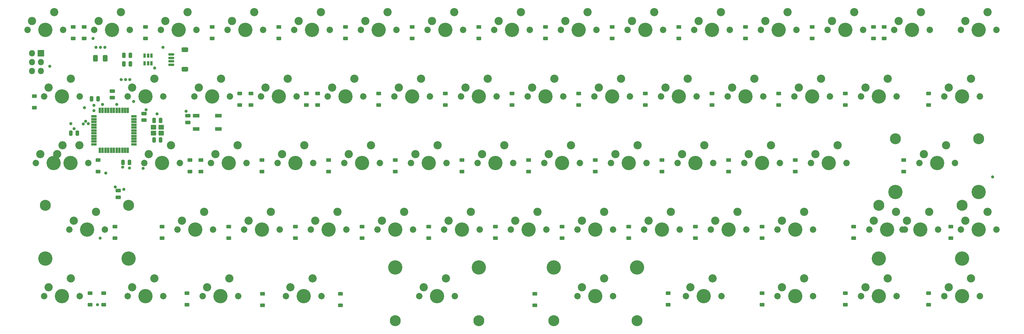
<source format=gbr>
%TF.GenerationSoftware,KiCad,Pcbnew,(6.0.6)*%
%TF.CreationDate,2022-07-23T11:14:35+02:00*%
%TF.ProjectId,bakeneko-60-pcb,62616b65-6e65-46b6-9f2d-36302d706362,rev?*%
%TF.SameCoordinates,Original*%
%TF.FileFunction,Soldermask,Bot*%
%TF.FilePolarity,Negative*%
%FSLAX46Y46*%
G04 Gerber Fmt 4.6, Leading zero omitted, Abs format (unit mm)*
G04 Created by KiCad (PCBNEW (6.0.6)) date 2022-07-23 11:14:35*
%MOMM*%
%LPD*%
G01*
G04 APERTURE LIST*
G04 Aperture macros list*
%AMRoundRect*
0 Rectangle with rounded corners*
0 $1 Rounding radius*
0 $2 $3 $4 $5 $6 $7 $8 $9 X,Y pos of 4 corners*
0 Add a 4 corners polygon primitive as box body*
4,1,4,$2,$3,$4,$5,$6,$7,$8,$9,$2,$3,0*
0 Add four circle primitives for the rounded corners*
1,1,$1+$1,$2,$3*
1,1,$1+$1,$4,$5*
1,1,$1+$1,$6,$7*
1,1,$1+$1,$8,$9*
0 Add four rect primitives between the rounded corners*
20,1,$1+$1,$2,$3,$4,$5,0*
20,1,$1+$1,$4,$5,$6,$7,0*
20,1,$1+$1,$6,$7,$8,$9,0*
20,1,$1+$1,$8,$9,$2,$3,0*%
G04 Aperture macros list end*
%ADD10C,1.850000*%
%ADD11C,4.087800*%
%ADD12C,2.350000*%
%ADD13C,3.148000*%
%ADD14RoundRect,0.300000X-0.375000X-0.625000X0.375000X-0.625000X0.375000X0.625000X-0.375000X0.625000X0*%
%ADD15RoundRect,0.200000X-0.625000X0.150000X-0.625000X-0.150000X0.625000X-0.150000X0.625000X0.150000X0*%
%ADD16RoundRect,0.300000X-0.650000X0.350000X-0.650000X-0.350000X0.650000X-0.350000X0.650000X0.350000X0*%
%ADD17O,1.800000X1.800000*%
%ADD18RoundRect,0.050000X0.850000X0.850000X-0.850000X0.850000X-0.850000X-0.850000X0.850000X-0.850000X0*%
%ADD19RoundRect,0.293750X-0.243750X-0.456250X0.243750X-0.456250X0.243750X0.456250X-0.243750X0.456250X0*%
%ADD20RoundRect,0.050000X-0.850000X-0.500000X0.850000X-0.500000X0.850000X0.500000X-0.850000X0.500000X0*%
%ADD21RoundRect,0.293750X0.243750X0.456250X-0.243750X0.456250X-0.243750X-0.456250X0.243750X-0.456250X0*%
%ADD22RoundRect,0.050000X-0.275000X0.750000X-0.275000X-0.750000X0.275000X-0.750000X0.275000X0.750000X0*%
%ADD23RoundRect,0.050000X0.750000X0.275000X-0.750000X0.275000X-0.750000X-0.275000X0.750000X-0.275000X0*%
%ADD24RoundRect,0.050000X0.700000X0.600000X-0.700000X0.600000X-0.700000X-0.600000X0.700000X-0.600000X0*%
%ADD25RoundRect,0.293750X-0.456250X0.243750X-0.456250X-0.243750X0.456250X-0.243750X0.456250X0.243750X0*%
%ADD26RoundRect,0.050000X0.600000X-0.450000X0.600000X0.450000X-0.600000X0.450000X-0.600000X-0.450000X0*%
%ADD27RoundRect,0.293750X0.456250X-0.243750X0.456250X0.243750X-0.456250X0.243750X-0.456250X-0.243750X0*%
%ADD28RoundRect,0.050000X0.325000X-0.530000X0.325000X0.530000X-0.325000X0.530000X-0.325000X-0.530000X0*%
%ADD29C,0.900000*%
G04 APERTURE END LIST*
D10*
%TO.C,MX1*%
X3920000Y-9000000D03*
X14080000Y-9000000D03*
D11*
X9000000Y-9000000D03*
D12*
X5190000Y-6460000D03*
X11540000Y-3920000D03*
%TD*%
D11*
%TO.C,MX2*%
X28050000Y-9000000D03*
D10*
X22970000Y-9000000D03*
X33130000Y-9000000D03*
D12*
X24240000Y-6460000D03*
X30590000Y-3920000D03*
%TD*%
D11*
%TO.C,MX3*%
X47100000Y-9000000D03*
D10*
X42020000Y-9000000D03*
X52180000Y-9000000D03*
D12*
X43290000Y-6460000D03*
X49640000Y-3920000D03*
%TD*%
D10*
%TO.C,MX4*%
X61070000Y-9000000D03*
D11*
X66150000Y-9000000D03*
D10*
X71230000Y-9000000D03*
D12*
X62340000Y-6460000D03*
X68690000Y-3920000D03*
%TD*%
D10*
%TO.C,MX5*%
X90280000Y-9000000D03*
X80120000Y-9000000D03*
D11*
X85200000Y-9000000D03*
D12*
X81390000Y-6460000D03*
X87740000Y-3920000D03*
%TD*%
D10*
%TO.C,MX6*%
X99170000Y-9000000D03*
D11*
X104250000Y-9000000D03*
D10*
X109330000Y-9000000D03*
D12*
X100440000Y-6460000D03*
X106790000Y-3920000D03*
%TD*%
D10*
%TO.C,MX7*%
X118220000Y-9000000D03*
D11*
X123300000Y-9000000D03*
D10*
X128380000Y-9000000D03*
D12*
X119490000Y-6460000D03*
X125840000Y-3920000D03*
%TD*%
D10*
%TO.C,MX9*%
X156320000Y-9000000D03*
X166480000Y-9000000D03*
D11*
X161400000Y-9000000D03*
D12*
X157590000Y-6460000D03*
X163940000Y-3920000D03*
%TD*%
D10*
%TO.C,MX10*%
X185530000Y-9000000D03*
X175370000Y-9000000D03*
D11*
X180450000Y-9000000D03*
D12*
X176640000Y-6460000D03*
X182990000Y-3920000D03*
%TD*%
D11*
%TO.C,MX11*%
X199500000Y-9000000D03*
D10*
X204580000Y-9000000D03*
X194420000Y-9000000D03*
D12*
X195690000Y-6460000D03*
X202040000Y-3920000D03*
%TD*%
D10*
%TO.C,MX12*%
X223630000Y-9000000D03*
X213470000Y-9000000D03*
D11*
X218550000Y-9000000D03*
D12*
X214740000Y-6460000D03*
X221090000Y-3920000D03*
%TD*%
D10*
%TO.C,MX13*%
X232520000Y-9000000D03*
X242680000Y-9000000D03*
D11*
X237600000Y-9000000D03*
D12*
X233790000Y-6460000D03*
X240140000Y-3920000D03*
%TD*%
D10*
%TO.C,MX14*%
X261730000Y-9000000D03*
D11*
X256650000Y-9000000D03*
D10*
X251570000Y-9000000D03*
D12*
X252840000Y-6460000D03*
X259190000Y-3920000D03*
%TD*%
D10*
%TO.C,MX17*%
X18842500Y-28050000D03*
D11*
X13762500Y-28050000D03*
D10*
X8682500Y-28050000D03*
D12*
X9952500Y-25510000D03*
X16302500Y-22970000D03*
%TD*%
D11*
%TO.C,MX18*%
X37575000Y-28050000D03*
D10*
X32495000Y-28050000D03*
X42655000Y-28050000D03*
D12*
X33765000Y-25510000D03*
X40115000Y-22970000D03*
%TD*%
D10*
%TO.C,MX19*%
X61705000Y-28050000D03*
D11*
X56625000Y-28050000D03*
D10*
X51545000Y-28050000D03*
D12*
X52815000Y-25510000D03*
X59165000Y-22970000D03*
%TD*%
D11*
%TO.C,MX20*%
X75675000Y-28050000D03*
D10*
X80755000Y-28050000D03*
X70595000Y-28050000D03*
D12*
X71865000Y-25510000D03*
X78215000Y-22970000D03*
%TD*%
D10*
%TO.C,MX21*%
X99805000Y-28050000D03*
X89645000Y-28050000D03*
D11*
X94725000Y-28050000D03*
D12*
X90915000Y-25510000D03*
X97265000Y-22970000D03*
%TD*%
D10*
%TO.C,MX22*%
X118855000Y-28050000D03*
X108695000Y-28050000D03*
D11*
X113775000Y-28050000D03*
D12*
X109965000Y-25510000D03*
X116315000Y-22970000D03*
%TD*%
D10*
%TO.C,MX23*%
X137905000Y-28050000D03*
X127745000Y-28050000D03*
D11*
X132825000Y-28050000D03*
D12*
X129015000Y-25510000D03*
X135365000Y-22970000D03*
%TD*%
D10*
%TO.C,MX24*%
X156955000Y-28050000D03*
D11*
X151875000Y-28050000D03*
D10*
X146795000Y-28050000D03*
D12*
X148065000Y-25510000D03*
X154415000Y-22970000D03*
%TD*%
D10*
%TO.C,MX25*%
X176005000Y-28050000D03*
X165845000Y-28050000D03*
D11*
X170925000Y-28050000D03*
D12*
X167115000Y-25510000D03*
X173465000Y-22970000D03*
%TD*%
D10*
%TO.C,MX26*%
X195055000Y-28050000D03*
X184895000Y-28050000D03*
D11*
X189975000Y-28050000D03*
D12*
X186165000Y-25510000D03*
X192515000Y-22970000D03*
%TD*%
D10*
%TO.C,MX27*%
X214105000Y-28050000D03*
D11*
X209025000Y-28050000D03*
D10*
X203945000Y-28050000D03*
D12*
X205215000Y-25510000D03*
X211565000Y-22970000D03*
%TD*%
D10*
%TO.C,MX28*%
X233155000Y-28050000D03*
D11*
X228075000Y-28050000D03*
D10*
X222995000Y-28050000D03*
D12*
X224265000Y-25510000D03*
X230615000Y-22970000D03*
%TD*%
D11*
%TO.C,MX29*%
X247125000Y-28050000D03*
D10*
X242045000Y-28050000D03*
X252205000Y-28050000D03*
D12*
X243315000Y-25510000D03*
X249665000Y-22970000D03*
%TD*%
D10*
%TO.C,MX30*%
X276017500Y-28050000D03*
X265857500Y-28050000D03*
D11*
X270937500Y-28050000D03*
D12*
X267127500Y-25510000D03*
X273477500Y-22970000D03*
%TD*%
D10*
%TO.C,MX31*%
X6301250Y-47100000D03*
D11*
X11381250Y-47100000D03*
D10*
X16461250Y-47100000D03*
D12*
X7571250Y-44560000D03*
X13921250Y-42020000D03*
%TD*%
D11*
%TO.C,MX32*%
X16143750Y-47100000D03*
D10*
X11063750Y-47100000D03*
X21223750Y-47100000D03*
D12*
X12333750Y-44560000D03*
X18683750Y-42020000D03*
%TD*%
D10*
%TO.C,MX33*%
X47417500Y-47100000D03*
D11*
X42337500Y-47100000D03*
D10*
X37257500Y-47100000D03*
D12*
X38527500Y-44560000D03*
X44877500Y-42020000D03*
%TD*%
D11*
%TO.C,MX34*%
X61387500Y-47100000D03*
D10*
X56307500Y-47100000D03*
X66467500Y-47100000D03*
D12*
X57577500Y-44560000D03*
X63927500Y-42020000D03*
%TD*%
D10*
%TO.C,MX35*%
X85517500Y-47100000D03*
X75357500Y-47100000D03*
D11*
X80437500Y-47100000D03*
D12*
X76627500Y-44560000D03*
X82977500Y-42020000D03*
%TD*%
D11*
%TO.C,MX36*%
X99487500Y-47100000D03*
D10*
X94407500Y-47100000D03*
X104567500Y-47100000D03*
D12*
X95677500Y-44560000D03*
X102027500Y-42020000D03*
%TD*%
D10*
%TO.C,MX37*%
X123617500Y-47100000D03*
X113457500Y-47100000D03*
D11*
X118537500Y-47100000D03*
D12*
X114727500Y-44560000D03*
X121077500Y-42020000D03*
%TD*%
D11*
%TO.C,MX38*%
X137587500Y-47100000D03*
D10*
X142667500Y-47100000D03*
X132507500Y-47100000D03*
D12*
X133777500Y-44560000D03*
X140127500Y-42020000D03*
%TD*%
D11*
%TO.C,MX39*%
X156637500Y-47100000D03*
D10*
X151557500Y-47100000D03*
X161717500Y-47100000D03*
D12*
X152827500Y-44560000D03*
X159177500Y-42020000D03*
%TD*%
D11*
%TO.C,MX40*%
X175687500Y-47100000D03*
D10*
X170607500Y-47100000D03*
X180767500Y-47100000D03*
D12*
X171877500Y-44560000D03*
X178227500Y-42020000D03*
%TD*%
D11*
%TO.C,MX41*%
X194737500Y-47100000D03*
D10*
X189657500Y-47100000D03*
X199817500Y-47100000D03*
D12*
X190927500Y-44560000D03*
X197277500Y-42020000D03*
%TD*%
D10*
%TO.C,MX42*%
X208707500Y-47100000D03*
D11*
X213787500Y-47100000D03*
D10*
X218867500Y-47100000D03*
D12*
X209977500Y-44560000D03*
X216327500Y-42020000D03*
%TD*%
D10*
%TO.C,MX43*%
X237917500Y-47100000D03*
X227757500Y-47100000D03*
D11*
X232837500Y-47100000D03*
D12*
X229027500Y-44560000D03*
X235377500Y-42020000D03*
%TD*%
D11*
%TO.C,MX44*%
X263793750Y-47100000D03*
D10*
X268873750Y-47100000D03*
D11*
X275700000Y-55355000D03*
D10*
X258713750Y-47100000D03*
D13*
X251887500Y-40115000D03*
D11*
X251887500Y-55355000D03*
D13*
X275700000Y-40115000D03*
D12*
X259983750Y-44560000D03*
X266333750Y-42020000D03*
%TD*%
D11*
%TO.C,MX45*%
X20906250Y-66150000D03*
X32812500Y-74405000D03*
D13*
X9000000Y-59165000D03*
D10*
X25986250Y-66150000D03*
X15826250Y-66150000D03*
D13*
X32812500Y-59165000D03*
D11*
X9000000Y-74405000D03*
D12*
X17096250Y-63610000D03*
X23446250Y-61070000D03*
%TD*%
D10*
%TO.C,MX46*%
X56942500Y-66150000D03*
X46782500Y-66150000D03*
D11*
X51862500Y-66150000D03*
D12*
X48052500Y-63610000D03*
X54402500Y-61070000D03*
%TD*%
D11*
%TO.C,MX47*%
X70912500Y-66150000D03*
D10*
X65832500Y-66150000D03*
X75992500Y-66150000D03*
D12*
X67102500Y-63610000D03*
X73452500Y-61070000D03*
%TD*%
D10*
%TO.C,MX48*%
X95042500Y-66150000D03*
D11*
X89962500Y-66150000D03*
D10*
X84882500Y-66150000D03*
D12*
X86152500Y-63610000D03*
X92502500Y-61070000D03*
%TD*%
D10*
%TO.C,MX49*%
X114092500Y-66150000D03*
X103932500Y-66150000D03*
D11*
X109012500Y-66150000D03*
D12*
X105202500Y-63610000D03*
X111552500Y-61070000D03*
%TD*%
D11*
%TO.C,MX50*%
X128062500Y-66150000D03*
D10*
X133142500Y-66150000D03*
X122982500Y-66150000D03*
D12*
X124252500Y-63610000D03*
X130602500Y-61070000D03*
%TD*%
D10*
%TO.C,MX51*%
X142032500Y-66150000D03*
X152192500Y-66150000D03*
D11*
X147112500Y-66150000D03*
D12*
X143302500Y-63610000D03*
X149652500Y-61070000D03*
%TD*%
D11*
%TO.C,MX52*%
X166162500Y-66150000D03*
D10*
X161082500Y-66150000D03*
X171242500Y-66150000D03*
D12*
X162352500Y-63610000D03*
X168702500Y-61070000D03*
%TD*%
D11*
%TO.C,MX53*%
X185212500Y-66150000D03*
D10*
X180132500Y-66150000D03*
X190292500Y-66150000D03*
D12*
X181402500Y-63610000D03*
X187752500Y-61070000D03*
%TD*%
D11*
%TO.C,MX54*%
X204262500Y-66150000D03*
D10*
X199182500Y-66150000D03*
X209342500Y-66150000D03*
D12*
X200452500Y-63610000D03*
X206802500Y-61070000D03*
%TD*%
D11*
%TO.C,MX55*%
X223312500Y-66150000D03*
D10*
X218232500Y-66150000D03*
X228392500Y-66150000D03*
D12*
X219502500Y-63610000D03*
X225852500Y-61070000D03*
%TD*%
D11*
%TO.C,MX56*%
X249506250Y-66150000D03*
D10*
X254586250Y-66150000D03*
X244426250Y-66150000D03*
D12*
X245696250Y-63610000D03*
X252046250Y-61070000D03*
%TD*%
D10*
%TO.C,MX57*%
X270620000Y-66150000D03*
D11*
X275700000Y-66150000D03*
D10*
X280780000Y-66150000D03*
D12*
X271890000Y-63610000D03*
X278240000Y-61070000D03*
%TD*%
D10*
%TO.C,MX63*%
X202199500Y-85200000D03*
X192039500Y-85200000D03*
D11*
X197119500Y-85200000D03*
D12*
X193309500Y-82660000D03*
X199659500Y-80120000D03*
%TD*%
D10*
%TO.C,MX71*%
X218232500Y-85200000D03*
D11*
X223312500Y-85200000D03*
D10*
X228392500Y-85200000D03*
D12*
X219502500Y-82660000D03*
X225852500Y-80120000D03*
%TD*%
D10*
%TO.C,MX8*%
X147430000Y-9000000D03*
X137270000Y-9000000D03*
D11*
X142350000Y-9000000D03*
D12*
X138540000Y-6460000D03*
X144890000Y-3920000D03*
%TD*%
D13*
%TO.C,MX58*%
X270937500Y-59165000D03*
D10*
X253951250Y-66150000D03*
D11*
X259031250Y-66150000D03*
D10*
X264111250Y-66150000D03*
D13*
X247125000Y-59165000D03*
D11*
X270937500Y-74405000D03*
X247125000Y-74405000D03*
D12*
X255221250Y-63610000D03*
X261571250Y-61070000D03*
%TD*%
D10*
%TO.C,MX68*%
X32494500Y-85200000D03*
X42654500Y-85200000D03*
D11*
X37574500Y-85200000D03*
D12*
X33764500Y-82660000D03*
X40114500Y-80120000D03*
%TD*%
D10*
%TO.C,MX69*%
X64085500Y-85200000D03*
D11*
X59005500Y-85200000D03*
D10*
X53925500Y-85200000D03*
D12*
X55195500Y-82660000D03*
X61545500Y-80120000D03*
%TD*%
D10*
%TO.C,MX70*%
X115837500Y-85200000D03*
X125997500Y-85200000D03*
D13*
X132823750Y-92185000D03*
X109011250Y-92185000D03*
D11*
X120917500Y-85200000D03*
X132823750Y-76945000D03*
X109011250Y-76945000D03*
D12*
X117107500Y-82660000D03*
X123457500Y-80120000D03*
%TD*%
D10*
%TO.C,MX72*%
X242045000Y-85200000D03*
X252205000Y-85200000D03*
D11*
X247125000Y-85200000D03*
D12*
X243315000Y-82660000D03*
X249665000Y-80120000D03*
%TD*%
D10*
%TO.C,MX73*%
X276017500Y-85200000D03*
X265857500Y-85200000D03*
D11*
X270937500Y-85200000D03*
D12*
X267127500Y-82660000D03*
X273477500Y-80120000D03*
%TD*%
D10*
%TO.C,MX67*%
X18842500Y-85200000D03*
D11*
X13762500Y-85200000D03*
D10*
X8682500Y-85200000D03*
D12*
X9952500Y-82660000D03*
X16302500Y-80120000D03*
%TD*%
D10*
%TO.C,MX15*%
X270620000Y-9000000D03*
D11*
X275700000Y-9000000D03*
D10*
X280780000Y-9000000D03*
D12*
X271890000Y-6460000D03*
X278240000Y-3920000D03*
%TD*%
D11*
%TO.C,MX74*%
X82817500Y-85200000D03*
D10*
X87897500Y-85200000D03*
X77737500Y-85200000D03*
D12*
X79007500Y-82660000D03*
X85357500Y-80120000D03*
%TD*%
D10*
%TO.C,MX75*%
X161081500Y-85200000D03*
D11*
X154255250Y-76945000D03*
X178067750Y-76945000D03*
D10*
X171241500Y-85200000D03*
D11*
X166161500Y-85200000D03*
D13*
X154255250Y-92185000D03*
X178067750Y-92185000D03*
D12*
X162351500Y-82660000D03*
X168701500Y-80120000D03*
%TD*%
D14*
%TO.C,F1*%
X23310000Y-17120000D03*
X26110000Y-17120000D03*
%TD*%
D15*
%TO.C,J1*%
X45000000Y-16000000D03*
X45000000Y-17000000D03*
X45000000Y-18000000D03*
X45000000Y-19000000D03*
D16*
X48875000Y-14700000D03*
X48875000Y-20300000D03*
%TD*%
D17*
%TO.C,J2*%
X5190000Y-20807501D03*
X7730000Y-20807501D03*
X5190000Y-18267501D03*
X7730000Y-18267501D03*
X5190000Y-15727501D03*
D18*
X7730000Y-15727501D03*
%TD*%
D19*
%TO.C,R1*%
X31402500Y-18750000D03*
X33277500Y-18750000D03*
%TD*%
%TO.C,R2*%
X31402500Y-16250000D03*
X33277500Y-16250000D03*
%TD*%
D20*
%TO.C,SW1*%
X58393750Y-37385000D03*
X52093750Y-37385000D03*
X52093750Y-33585000D03*
X58393750Y-33585000D03*
%TD*%
D21*
%TO.C,C5*%
X41897500Y-34870000D03*
X40022500Y-34870000D03*
%TD*%
%TO.C,C4*%
X24061250Y-28750000D03*
X22186250Y-28750000D03*
%TD*%
D19*
%TO.C,C3*%
X31122500Y-46910000D03*
X32997500Y-46910000D03*
%TD*%
D22*
%TO.C,U2*%
X24553750Y-32058750D03*
X25353750Y-32058750D03*
X26153750Y-32058750D03*
X26953750Y-32058750D03*
X27753750Y-32058750D03*
X28553750Y-32058750D03*
X29353750Y-32058750D03*
X30153750Y-32058750D03*
X30953750Y-32058750D03*
X31753750Y-32058750D03*
X32553750Y-32058750D03*
D23*
X34253750Y-33758750D03*
X34253750Y-34558750D03*
X34253750Y-35358750D03*
X34253750Y-36158750D03*
X34253750Y-36958750D03*
X34253750Y-37758750D03*
X34253750Y-38558750D03*
X34253750Y-39358750D03*
X34253750Y-40158750D03*
X34253750Y-40958750D03*
X34253750Y-41758750D03*
D22*
X32553750Y-43458750D03*
X31753750Y-43458750D03*
X30953750Y-43458750D03*
X30153750Y-43458750D03*
X29353750Y-43458750D03*
X28553750Y-43458750D03*
X27753750Y-43458750D03*
X26953750Y-43458750D03*
X26153750Y-43458750D03*
X25353750Y-43458750D03*
X24553750Y-43458750D03*
D23*
X22853750Y-41758750D03*
X22853750Y-40958750D03*
X22853750Y-40158750D03*
X22853750Y-39358750D03*
X22853750Y-38558750D03*
X22853750Y-37758750D03*
X22853750Y-36958750D03*
X22853750Y-36158750D03*
X22853750Y-35358750D03*
X22853750Y-34558750D03*
X22853750Y-33758750D03*
%TD*%
D24*
%TO.C,Y1*%
X42060000Y-38520000D03*
X39860000Y-38520000D03*
X39860000Y-36820000D03*
X42060000Y-36820000D03*
%TD*%
D25*
%TO.C,C1*%
X37160000Y-32982500D03*
X37160000Y-34857500D03*
%TD*%
%TO.C,R4*%
X49710000Y-33582500D03*
X49710000Y-35457500D03*
%TD*%
D26*
%TO.C,D1*%
X16937500Y-11443750D03*
X16937500Y-8143750D03*
%TD*%
%TO.C,D2*%
X20112500Y-11443750D03*
X20112500Y-8143750D03*
%TD*%
%TO.C,D3*%
X37575000Y-11443750D03*
X37575000Y-8143750D03*
%TD*%
%TO.C,D4*%
X56625000Y-11443750D03*
X56625000Y-8143750D03*
%TD*%
%TO.C,D5*%
X75675000Y-11443750D03*
X75675000Y-8143750D03*
%TD*%
%TO.C,D6*%
X94725000Y-11443750D03*
X94725000Y-8143750D03*
%TD*%
%TO.C,D7*%
X113775000Y-11443750D03*
X113775000Y-8143750D03*
%TD*%
%TO.C,D8*%
X132825000Y-11443750D03*
X132825000Y-8143750D03*
%TD*%
%TO.C,D9*%
X151875000Y-11443750D03*
X151875000Y-8143750D03*
%TD*%
%TO.C,D10*%
X170925000Y-11443750D03*
X170925000Y-8143750D03*
%TD*%
%TO.C,D11*%
X189975000Y-11443750D03*
X189975000Y-8143750D03*
%TD*%
%TO.C,D12*%
X209025000Y-11443750D03*
X209025000Y-8143750D03*
%TD*%
%TO.C,D14*%
X248655000Y-11443750D03*
X248655000Y-8143750D03*
%TD*%
%TO.C,D15*%
X245585000Y-11443750D03*
X245585000Y-8143750D03*
%TD*%
%TO.C,D16*%
X5825000Y-31287500D03*
X5825000Y-27987500D03*
%TD*%
%TO.C,D17*%
X67737500Y-30493750D03*
X67737500Y-27193750D03*
%TD*%
%TO.C,D18*%
X64562500Y-30493750D03*
X64562500Y-27193750D03*
%TD*%
%TO.C,D19*%
X83612500Y-30493750D03*
X83612500Y-27193750D03*
%TD*%
%TO.C,D20*%
X86787500Y-30493750D03*
X86787500Y-27193750D03*
%TD*%
%TO.C,D21*%
X104250000Y-30493750D03*
X104250000Y-27193750D03*
%TD*%
%TO.C,D22*%
X123300000Y-30493750D03*
X123300000Y-27193750D03*
%TD*%
%TO.C,D23*%
X142350000Y-30493750D03*
X142350000Y-27193750D03*
%TD*%
%TO.C,D24*%
X161400000Y-30493750D03*
X161400000Y-27193750D03*
%TD*%
%TO.C,D25*%
X180450000Y-30493750D03*
X180450000Y-27193750D03*
%TD*%
%TO.C,D26*%
X199500000Y-30493750D03*
X199500000Y-27193750D03*
%TD*%
%TO.C,D27*%
X218550000Y-30493750D03*
X218550000Y-27193750D03*
%TD*%
%TO.C,D28*%
X237600000Y-30493750D03*
X237600000Y-27193750D03*
%TD*%
%TO.C,D29*%
X261412500Y-30493750D03*
X261412500Y-27193750D03*
%TD*%
%TO.C,D30*%
X24081250Y-49543750D03*
X24081250Y-46243750D03*
%TD*%
%TO.C,D31*%
X50275000Y-49543750D03*
X50275000Y-46243750D03*
%TD*%
%TO.C,D32*%
X53450000Y-49543750D03*
X53450000Y-46243750D03*
%TD*%
%TO.C,D33*%
X70912500Y-49543750D03*
X70912500Y-46243750D03*
%TD*%
%TO.C,D35*%
X109012500Y-49543750D03*
X109012500Y-46243750D03*
%TD*%
%TO.C,D36*%
X128062500Y-49543750D03*
X128062500Y-46243750D03*
%TD*%
%TO.C,D37*%
X147112500Y-49543750D03*
X147112500Y-46243750D03*
%TD*%
%TO.C,D38*%
X166162500Y-49543750D03*
X166162500Y-46243750D03*
%TD*%
%TO.C,D39*%
X185212500Y-49543750D03*
X185212500Y-46243750D03*
%TD*%
%TO.C,D40*%
X204262500Y-49543750D03*
X204262500Y-46243750D03*
%TD*%
%TO.C,D41*%
X223312500Y-49543750D03*
X223312500Y-46243750D03*
%TD*%
%TO.C,D42*%
X254268750Y-49543750D03*
X254268750Y-46243750D03*
%TD*%
%TO.C,D43*%
X28843750Y-68593750D03*
X28843750Y-65293750D03*
%TD*%
%TO.C,D44*%
X42337500Y-68593750D03*
X42337500Y-65293750D03*
%TD*%
%TO.C,D45*%
X61387500Y-68593750D03*
X61387500Y-65293750D03*
%TD*%
%TO.C,D46*%
X80437500Y-68593750D03*
X80437500Y-65293750D03*
%TD*%
%TO.C,D47*%
X99487500Y-68593750D03*
X99487500Y-65293750D03*
%TD*%
%TO.C,D48*%
X118537500Y-68593750D03*
X118537500Y-65293750D03*
%TD*%
%TO.C,D49*%
X137587500Y-68593750D03*
X137587500Y-65293750D03*
%TD*%
%TO.C,D50*%
X156637500Y-68593750D03*
X156637500Y-65293750D03*
%TD*%
%TO.C,D51*%
X175687500Y-68593750D03*
X175687500Y-65293750D03*
%TD*%
%TO.C,D52*%
X194737500Y-68593750D03*
X194737500Y-65293750D03*
%TD*%
%TO.C,D53*%
X213787500Y-68593750D03*
X213787500Y-65293750D03*
%TD*%
%TO.C,D54*%
X239981250Y-68593750D03*
X239981250Y-65293750D03*
%TD*%
%TO.C,D55*%
X267715000Y-68593750D03*
X267715000Y-65293750D03*
%TD*%
%TO.C,D56*%
X21747500Y-87643750D03*
X21747500Y-84343750D03*
%TD*%
%TO.C,D57*%
X25668750Y-87643750D03*
X25668750Y-84343750D03*
%TD*%
%TO.C,D58*%
X49481250Y-87643750D03*
X49481250Y-84343750D03*
%TD*%
%TO.C,D59*%
X93275000Y-87781250D03*
X93275000Y-84481250D03*
%TD*%
%TO.C,D61*%
X213787500Y-87643750D03*
X213787500Y-84343750D03*
%TD*%
%TO.C,D62*%
X237550000Y-87643750D03*
X237550000Y-84343750D03*
%TD*%
%TO.C,D63*%
X261362500Y-87643750D03*
X261362500Y-84343750D03*
%TD*%
%TO.C,D13*%
X228075000Y-11443750D03*
X228075000Y-8143750D03*
%TD*%
D25*
%TO.C,C6*%
X28120000Y-26532500D03*
X28120000Y-28407500D03*
%TD*%
D21*
%TO.C,C7*%
X41897500Y-40470000D03*
X40022500Y-40470000D03*
%TD*%
D27*
%TO.C,R3*%
X29823750Y-56887500D03*
X29823750Y-55012500D03*
%TD*%
D26*
%TO.C,D34*%
X89962500Y-49543750D03*
X89962500Y-46243750D03*
%TD*%
%TO.C,D60*%
X186937500Y-87643750D03*
X186937500Y-84343750D03*
%TD*%
D19*
%TO.C,C2*%
X16236250Y-38558750D03*
X18111250Y-38558750D03*
%TD*%
D28*
%TO.C,U1*%
X39273750Y-18600000D03*
X38323750Y-18600000D03*
X37373750Y-18600000D03*
X37373750Y-16400000D03*
X38323750Y-16400000D03*
X39273750Y-16400000D03*
%TD*%
D26*
%TO.C,D65*%
X148837500Y-87781250D03*
X148837500Y-84481250D03*
%TD*%
%TO.C,D64*%
X71050000Y-87781250D03*
X71050000Y-84481250D03*
%TD*%
D29*
X40233750Y-19920000D03*
X31413750Y-54630000D03*
X40887500Y-33060000D03*
X32997500Y-48576250D03*
X10251485Y-19431484D03*
X22893750Y-30565000D03*
X22603750Y-11443750D03*
X34250000Y-29460000D03*
X20160000Y-31290000D03*
X36883750Y-48590000D03*
X28943750Y-53970000D03*
X24621260Y-68590000D03*
X20511781Y-35178113D03*
X23887500Y-87643750D03*
X19783769Y-35913254D03*
X31902295Y-23252418D03*
X24710000Y-14020002D03*
X23460000Y-14020002D03*
X30652295Y-23252418D03*
X33152295Y-23252418D03*
X25960000Y-14020002D03*
X16302500Y-35811250D03*
X26248750Y-49950000D03*
X21233770Y-35870020D03*
X279643750Y-51053125D03*
X31120000Y-48260000D03*
X17164520Y-37255480D03*
X25353750Y-30306250D03*
X22854251Y-32080501D03*
X29360000Y-30295000D03*
X37779382Y-31859382D03*
X49204145Y-32239605D03*
X42553750Y-14020002D03*
M02*

</source>
